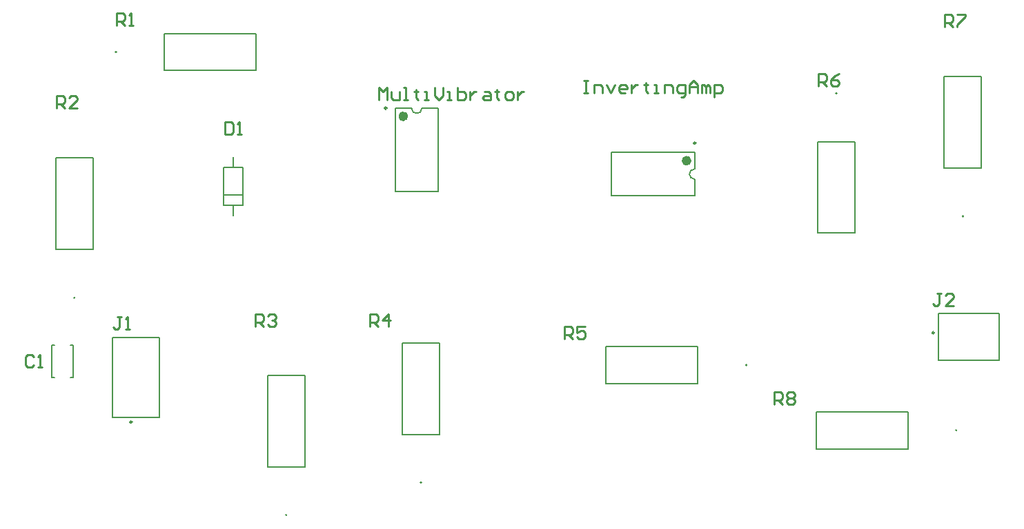
<source format=gbr>
%TF.GenerationSoftware,Altium Limited,Altium Designer,24.9.1 (31)*%
G04 Layer_Color=65535*
%FSLAX45Y45*%
%MOMM*%
%TF.SameCoordinates,90D1A1F6-6801-43AA-A97B-90F854C06351*%
%TF.FilePolarity,Positive*%
%TF.FileFunction,Legend,Top*%
%TF.Part,Single*%
G01*
G75*
%TA.AperFunction,NonConductor*%
%ADD11C,0.25400*%
%ADD25C,0.15240*%
%ADD26C,0.20000*%
%ADD27C,0.25000*%
%ADD28C,0.60000*%
D11*
X10599375Y8301567D02*
X10650159D01*
X10624767D01*
Y8149217D01*
X10599375D01*
X10650159D01*
X10726334D02*
Y8250784D01*
X10802510D01*
X10827901Y8225392D01*
Y8149217D01*
X10878685Y8250784D02*
X10929468Y8149217D01*
X10980252Y8250784D01*
X11107211Y8149217D02*
X11056427D01*
X11031036Y8174608D01*
Y8225392D01*
X11056427Y8250784D01*
X11107211D01*
X11132603Y8225392D01*
Y8200000D01*
X11031036D01*
X11183386Y8250784D02*
Y8149217D01*
Y8200000D01*
X11208778Y8225392D01*
X11234170Y8250784D01*
X11259562D01*
X11361129Y8276175D02*
Y8250784D01*
X11335737D01*
X11386521D01*
X11361129D01*
Y8174608D01*
X11386521Y8149217D01*
X11462696D02*
X11513479D01*
X11488088D01*
Y8250784D01*
X11462696D01*
X11589655Y8149217D02*
Y8250784D01*
X11665830D01*
X11691222Y8225392D01*
Y8149217D01*
X11792789Y8098433D02*
X11818181D01*
X11843573Y8123825D01*
Y8250784D01*
X11767397D01*
X11742005Y8225392D01*
Y8174608D01*
X11767397Y8149217D01*
X11843573D01*
X11894356D02*
Y8250784D01*
X11945140Y8301567D01*
X11995923Y8250784D01*
Y8149217D01*
Y8225392D01*
X11894356D01*
X12046707Y8149217D02*
Y8250784D01*
X12072099D01*
X12097490Y8225392D01*
Y8149217D01*
Y8225392D01*
X12122882Y8250784D01*
X12148274Y8225392D01*
Y8149217D01*
X12199058Y8098433D02*
Y8250784D01*
X12275233D01*
X12300625Y8225392D01*
Y8174608D01*
X12275233Y8149217D01*
X12199058D01*
X3850000Y4900783D02*
X3824608Y4926175D01*
X3773825D01*
X3748433Y4900783D01*
Y4799216D01*
X3773825Y4773825D01*
X3824608D01*
X3850000Y4799216D01*
X3900784Y4773825D02*
X3951567D01*
X3926176D01*
Y4926175D01*
X3900784Y4900783D01*
X7973041Y5273825D02*
Y5426175D01*
X8049217D01*
X8074608Y5400783D01*
Y5350000D01*
X8049217Y5324608D01*
X7973041D01*
X8023825D02*
X8074608Y5273825D01*
X8201567D02*
Y5426175D01*
X8125392Y5350000D01*
X8226959D01*
X6573041Y5273825D02*
Y5426175D01*
X6649217D01*
X6674608Y5400783D01*
Y5350000D01*
X6649217Y5324608D01*
X6573041D01*
X6623825D02*
X6674608Y5273825D01*
X6725392Y5400783D02*
X6750784Y5426175D01*
X6801567D01*
X6826959Y5400783D01*
Y5375392D01*
X6801567Y5350000D01*
X6776175D01*
X6801567D01*
X6826959Y5324608D01*
Y5299216D01*
X6801567Y5273825D01*
X6750784D01*
X6725392Y5299216D01*
X8087360Y8064500D02*
Y8216851D01*
X8138143Y8166067D01*
X8188927Y8216851D01*
Y8064500D01*
X8239711Y8166067D02*
Y8089892D01*
X8265103Y8064500D01*
X8341278D01*
Y8166067D01*
X8392061Y8064500D02*
X8442845D01*
X8417453D01*
Y8216851D01*
X8392061D01*
X8544412Y8191459D02*
Y8166067D01*
X8519020D01*
X8569804D01*
X8544412D01*
Y8089892D01*
X8569804Y8064500D01*
X8645979D02*
X8696763D01*
X8671371D01*
Y8166067D01*
X8645979D01*
X8772938Y8216851D02*
Y8115283D01*
X8823721Y8064500D01*
X8874505Y8115283D01*
Y8216851D01*
X8925289Y8064500D02*
X8976072D01*
X8950681D01*
Y8166067D01*
X8925289D01*
X9052248Y8216851D02*
Y8064500D01*
X9128423D01*
X9153815Y8089892D01*
Y8115283D01*
Y8140675D01*
X9128423Y8166067D01*
X9052248D01*
X9204598D02*
Y8064500D01*
Y8115283D01*
X9229990Y8140675D01*
X9255382Y8166067D01*
X9280774D01*
X9382341D02*
X9433124D01*
X9458516Y8140675D01*
Y8064500D01*
X9382341D01*
X9356949Y8089892D01*
X9382341Y8115283D01*
X9458516D01*
X9534692Y8191459D02*
Y8166067D01*
X9509300D01*
X9560083D01*
X9534692D01*
Y8089892D01*
X9560083Y8064500D01*
X9661650D02*
X9712434D01*
X9737826Y8089892D01*
Y8140675D01*
X9712434Y8166067D01*
X9661650D01*
X9636259Y8140675D01*
Y8089892D01*
X9661650Y8064500D01*
X9788609Y8166067D02*
Y8064500D01*
Y8115283D01*
X9814001Y8140675D01*
X9839393Y8166067D01*
X9864785D01*
X4866640Y8973820D02*
Y9126171D01*
X4942815D01*
X4968207Y9100779D01*
Y9049995D01*
X4942815Y9024603D01*
X4866640D01*
X4917423D02*
X4968207Y8973820D01*
X5018991D02*
X5069774D01*
X5044383D01*
Y9126171D01*
X5018991Y9100779D01*
X4922487Y5392371D02*
X4871703D01*
X4897095D01*
Y5265412D01*
X4871703Y5240020D01*
X4846312D01*
X4820920Y5265412D01*
X4973271Y5240020D02*
X5024054D01*
X4998663D01*
Y5392371D01*
X4973271Y5366979D01*
X15026640Y8963660D02*
Y9116011D01*
X15102815D01*
X15128207Y9090619D01*
Y9039835D01*
X15102815Y9014443D01*
X15026640D01*
X15077423D02*
X15128207Y8963660D01*
X15178992Y9116011D02*
X15280557D01*
Y9090619D01*
X15178992Y8989052D01*
Y8963660D01*
X12938760Y4323080D02*
Y4475431D01*
X13014935D01*
X13040327Y4450039D01*
Y4399255D01*
X13014935Y4373863D01*
X12938760D01*
X12989543D02*
X13040327Y4323080D01*
X13091112Y4450039D02*
X13116502Y4475431D01*
X13167287D01*
X13192677Y4450039D01*
Y4424647D01*
X13167287Y4399255D01*
X13192677Y4373863D01*
Y4348472D01*
X13167287Y4323080D01*
X13116502D01*
X13091112Y4348472D01*
Y4373863D01*
X13116502Y4399255D01*
X13091112Y4424647D01*
Y4450039D01*
X13116502Y4399255D02*
X13167287D01*
X6197600Y7792671D02*
Y7640320D01*
X6273775D01*
X6299167Y7665712D01*
Y7767279D01*
X6273775Y7792671D01*
X6197600D01*
X6349951Y7640320D02*
X6400734D01*
X6375343D01*
Y7792671D01*
X6349951Y7767279D01*
X4127500Y7962900D02*
Y8115251D01*
X4203675D01*
X4229067Y8089859D01*
Y8039075D01*
X4203675Y8013683D01*
X4127500D01*
X4178283D02*
X4229067Y7962900D01*
X4381418D02*
X4279851D01*
X4381418Y8064467D01*
Y8089859D01*
X4356026Y8115251D01*
X4305243D01*
X4279851Y8089859D01*
X10363200Y5123180D02*
Y5275531D01*
X10439375D01*
X10464767Y5250139D01*
Y5199355D01*
X10439375Y5173963D01*
X10363200D01*
X10413983D02*
X10464767Y5123180D01*
X10617118Y5275531D02*
X10515551D01*
Y5199355D01*
X10566334Y5224747D01*
X10591726D01*
X10617118Y5199355D01*
Y5148572D01*
X10591726Y5123180D01*
X10540943D01*
X10515551Y5148572D01*
X14988507Y5684471D02*
X14937723D01*
X14963115D01*
Y5557512D01*
X14937723Y5532120D01*
X14912332D01*
X14886940Y5557512D01*
X15140858Y5532120D02*
X15039291D01*
X15140858Y5633687D01*
Y5659079D01*
X15115466Y5684471D01*
X15064684D01*
X15039291Y5659079D01*
X13477240Y8234680D02*
Y8387031D01*
X13553415D01*
X13578807Y8361639D01*
Y8310855D01*
X13553415Y8285463D01*
X13477240D01*
X13528023D02*
X13578807Y8234680D01*
X13731158Y8387031D02*
X13680374Y8361639D01*
X13629591Y8310855D01*
Y8260072D01*
X13654984Y8234680D01*
X13705766D01*
X13731158Y8260072D01*
Y8285463D01*
X13705766Y8310855D01*
X13629591D01*
D25*
X8607620Y3357510D02*
G03*
X8607620Y3357510I-7620J0D01*
G01*
X6957620Y2957510D02*
G03*
X6957620Y2957510I-7620J0D01*
G01*
X4865130Y8650000D02*
G03*
X4865130Y8650000I-7620J0D01*
G01*
X15257620Y6631090D02*
G03*
X15257620Y6631090I-7620J0D01*
G01*
X15176530Y4000000D02*
G03*
X15176530Y4000000I-7620J0D01*
G01*
X4357620Y5631090D02*
G03*
X4357620Y5631090I-7620J0D01*
G01*
X12600110Y4800000D02*
G03*
X12600110Y4800000I-7620J0D01*
G01*
X13707620Y8142490D02*
G03*
X13707620Y8142490I-7620J0D01*
G01*
X8372670Y3950600D02*
X8827330D01*
X8372670D02*
Y5075820D01*
X8827330D01*
Y3950600D02*
Y5075820D01*
X6722670Y3550600D02*
X7177330D01*
X6722670D02*
Y4675820D01*
X7177330D01*
Y3550600D02*
Y4675820D01*
X5450600Y8422670D02*
Y8877330D01*
X6575820D01*
Y8422670D02*
Y8877330D01*
X5450600Y8422670D02*
X6575820D01*
X15022670Y7224180D02*
X15477330D01*
X15022670D02*
Y8349400D01*
X15477330D01*
Y7224180D02*
Y8349400D01*
X14575819Y3772670D02*
Y4227330D01*
X13450600Y3772670D02*
X14575819D01*
X13450600D02*
Y4227330D01*
X14575819D01*
X4122670Y6224180D02*
X4577330D01*
X4122670D02*
Y7349400D01*
X4577330D01*
Y6224180D02*
Y7349400D01*
X11999400Y4572670D02*
Y5027330D01*
X10874180Y4572670D02*
X11999400D01*
X10874180D02*
Y5027330D01*
X11999400D01*
X13472670Y7549400D02*
X13927330D01*
Y6424180D02*
Y7549400D01*
X13472670Y6424180D02*
X13927330D01*
X13472670D02*
Y7549400D01*
D26*
X11960000Y7213500D02*
G03*
X11960000Y7086500I0J-63500D01*
G01*
X8486500Y7960000D02*
G03*
X8613500Y7960000I63500J0D01*
G01*
X4297500Y5050000D02*
X4330000D01*
X4070000D02*
X4102500D01*
X4070000Y4650000D02*
Y5050000D01*
X4297500Y4650000D02*
X4330000D01*
X4070000D02*
X4102500D01*
X4330000D02*
Y5050000D01*
X10940000Y7415000D02*
X11960000D01*
X10940000Y6885000D02*
X11960000D01*
Y7213500D02*
Y7415000D01*
Y6885000D02*
Y7086500D01*
X10940000Y6885000D02*
Y7415000D01*
X8285000Y6940000D02*
Y7960000D01*
X8815000Y6940000D02*
Y7960000D01*
X8285000D02*
X8486500D01*
X8613500D02*
X8815000D01*
X8285000Y6940000D02*
X8815000D01*
X4815000Y4155000D02*
X5390000D01*
Y5145000D01*
X4815000D02*
X5390000D01*
X4815000Y4155000D02*
Y5145000D01*
X6182500Y6767500D02*
Y7232500D01*
Y6767500D02*
X6417500D01*
Y7232500D01*
X6182500D02*
X6417500D01*
X6300000D02*
Y7359500D01*
Y6640500D02*
Y6767500D01*
X6182500Y6894500D02*
X6417500D01*
X14955000Y4860000D02*
Y5435000D01*
Y4860000D02*
X15695000D01*
Y5435000D01*
X14955000D02*
X15695000D01*
D27*
X11973500Y7531000D02*
G03*
X11973500Y7531000I-12500J0D01*
G01*
X8181500Y7961000D02*
G03*
X8181500Y7961000I-12500J0D01*
G01*
X5057500Y4102500D02*
G03*
X5057500Y4102500I-12500J0D01*
G01*
X14900000Y5200000D02*
G03*
X14900000Y5200000I-12500J0D01*
G01*
D28*
X11890000Y7315000D02*
G03*
X11890000Y7315000I-30000J0D01*
G01*
X8415000Y7860000D02*
G03*
X8415000Y7860000I-30000J0D01*
G01*
%TF.MD5,e35839cb3190ef994491a2d2ef261c20*%
M02*

</source>
